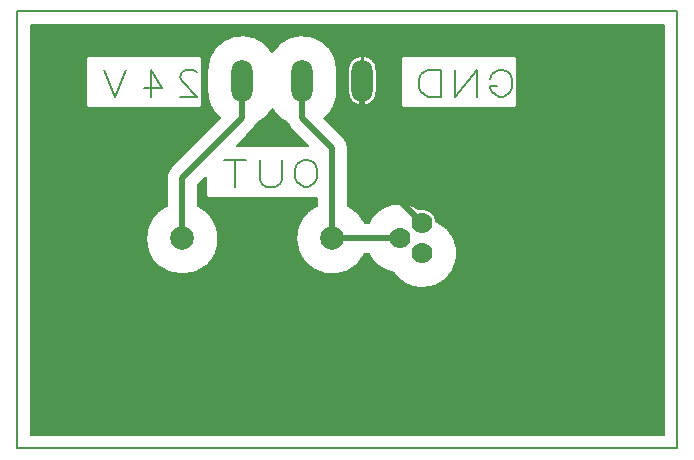
<source format=gbr>
G04 DesignSpark PCB Gerber Version 10.0 Build 5299*
%FSLAX34Y34*%
%MOIN*%
%ADD131O,0.07050X0.14101*%
%ADD11C,0.00500*%
%ADD138C,0.00787*%
%ADD12C,0.01000*%
%ADD17C,0.02000*%
%ADD20C,0.07000*%
%ADD24C,0.07874*%
X0Y0D02*
D02*
D11*
X25Y1025D02*
X22025D01*
Y15588D01*
X25D01*
Y1025D01*
X469Y15144D02*
Y1469D01*
X21581D01*
Y15144D01*
X469D01*
X6064Y14107D02*
G75*
G02*
X6189Y13982I0J-125D01*
G01*
Y12486D01*
G75*
G02*
X6064Y12361I-125J0D01*
G01*
X2442D01*
G75*
G02*
X2317Y12486I0J125D01*
G01*
Y13982D01*
G75*
G02*
X2442Y14107I125J0D01*
G01*
X6064D01*
X13996Y8588D02*
G75*
G02*
X13525Y6363I-471J-1063D01*
G01*
G75*
G02*
X12556Y6883I0J1162D01*
G01*
G75*
G02*
X11735Y7506I219J1142D01*
G01*
X11614D01*
G75*
G02*
X9319Y8025I-1089J519D01*
G01*
G75*
G02*
X10006Y9114I1206J0D01*
G01*
Y9361D01*
X6442D01*
G75*
G02*
X6317Y9486I0J125D01*
G01*
Y10084D01*
X6044Y9810D01*
Y9114D01*
G75*
G02*
X6731Y8025I-519J-1089D01*
G01*
G75*
G02*
X4319I-1206J0D01*
G01*
G75*
G02*
X5006Y9114I1206J0D01*
G01*
Y10025D01*
G75*
G02*
X5158Y10392I519J0D01*
G01*
X6787Y12021D01*
G75*
G02*
X6360Y12923I738J902D01*
G01*
Y13627D01*
G75*
G02*
X8525Y14225I1165J0D01*
G01*
G75*
G02*
X10690Y13627I1000J-598D01*
G01*
Y12923D01*
G75*
G02*
X10263Y12021I-1165J0D01*
G01*
X10892Y11392D01*
G75*
G02*
X11044Y11025I-367J-367D01*
G01*
Y9114D01*
G75*
G02*
X11614Y8544I-519J-1089D01*
G01*
X11735D01*
G75*
G02*
X13424Y8989I1040J-519D01*
G01*
G75*
G02*
X13996Y8588I101J-464D01*
G01*
X11047Y13627D02*
G75*
G02*
X12003I478J0D01*
G01*
Y12923D01*
G75*
G02*
X11047I-478J0D01*
G01*
Y13627D01*
X16564Y14107D02*
G75*
G02*
X16689Y13982I0J-125D01*
G01*
Y12486D01*
G75*
G02*
X16564Y12361I-125J0D01*
G01*
X12942D01*
G75*
G02*
X12817Y12486I0J125D01*
G01*
Y13982D01*
G75*
G02*
X12942Y14107I125J0D01*
G01*
X16564D01*
X494Y13234D02*
G36*
X494Y13234D02*
Y1494D01*
X21556D01*
Y13234D01*
X16689D01*
Y12486D01*
G75*
G02*
X16564Y12361I-125J0D01*
G01*
X12942D01*
G75*
G02*
X12817Y12486I0J125D01*
G01*
Y13234D01*
X12003D01*
Y12923D01*
G75*
G02*
X11047I-478J0D01*
G01*
Y13234D01*
X10690D01*
Y12923D01*
G75*
G02*
X10263Y12021I-1165J0D01*
G01*
X10892Y11392D01*
G75*
G02*
X11044Y11025I-367J-367D01*
G01*
Y9114D01*
G75*
G02*
X11614Y8544I-519J-1089D01*
G01*
X11735D01*
G75*
G02*
X13424Y8989I1040J-519D01*
G01*
G75*
G02*
X13996Y8588I101J-464D01*
G01*
G75*
G02*
X14687Y7525I-471J-1063D01*
G01*
G75*
G02*
X13525Y6363I-1162J0D01*
G01*
G75*
G02*
X12556Y6883I0J1162D01*
G01*
G75*
G02*
X11735Y7506I219J1141D01*
G01*
X11614D01*
G75*
G02*
X9319Y8025I-1089J519D01*
G01*
Y8025D01*
G75*
G02*
X10006Y9114I1206J0D01*
G01*
Y9361D01*
X6442D01*
G75*
G02*
X6317Y9486I0J125D01*
G01*
Y10084D01*
X6044Y9810D01*
Y9114D01*
G75*
G02*
X6731Y8025I-519J-1089D01*
G01*
Y8025D01*
G75*
G02*
X4319I-1206J0D01*
G01*
Y8025D01*
G75*
G02*
X5006Y9114I1206J0D01*
G01*
Y10025D01*
G75*
G02*
X5158Y10392I519J0D01*
G01*
X6787Y12021D01*
G75*
G02*
X6360Y12923I737J902D01*
G01*
Y12923D01*
Y13234D01*
X6189D01*
Y12486D01*
G75*
G02*
X6064Y12361I-125J0D01*
G01*
X2442D01*
G75*
G02*
X2317Y12486I0J125D01*
G01*
Y13234D01*
X494D01*
G37*
Y15119D02*
G36*
X494Y15119D02*
Y13234D01*
X2317D01*
Y13982D01*
G75*
G02*
X2442Y14107I125J0D01*
G01*
X6064D01*
G75*
G02*
X6189Y13982I0J-125D01*
G01*
Y13234D01*
X6360D01*
Y13627D01*
G75*
G02*
X8525Y14225I1165J0D01*
G01*
G75*
G02*
X10690Y13627I1000J-598D01*
G01*
Y13234D01*
X11047D01*
Y13627D01*
G75*
G02*
X12003I478J0D01*
G01*
Y13234D01*
X12817D01*
Y13982D01*
G75*
G02*
X12942Y14107I125J0D01*
G01*
X16564D01*
G75*
G02*
X16689Y13982I0J-125D01*
G01*
Y13234D01*
X21556D01*
Y15119D01*
X494D01*
G37*
X7892Y11658D02*
X7340Y11107D01*
X9710D01*
X9158Y11658D01*
G75*
G02*
X9031Y11868I367J367D01*
G01*
G75*
G02*
X8525Y12325I494J1055D01*
G01*
G75*
G02*
X8019Y11868I-1000J598D01*
G01*
G75*
G02*
X7892Y11658I-494J157D01*
G01*
G36*
X7892Y11658D02*
X7340Y11107D01*
X9710D01*
X9158Y11658D01*
G75*
G02*
X9031Y11868I367J367D01*
G01*
G75*
G02*
X8525Y12325I494J1055D01*
G01*
G75*
G02*
X8019Y11868I-1000J598D01*
G01*
G75*
G02*
X7892Y11658I-494J157D01*
G01*
G37*
D02*
D12*
X11525Y12620D02*
Y12420D01*
Y13930D02*
Y14130D01*
D02*
D17*
X7525Y13275D02*
Y12025D01*
X5525Y10025D01*
Y8025D01*
X9525Y13275D02*
Y12025D01*
X10525Y11025D01*
Y8025D01*
X11525Y13275D02*
Y10525D01*
X13525Y8525D01*
X12775Y8025D02*
X10525D01*
D02*
D20*
X12775D03*
X13525Y7525D03*
Y8525D03*
D02*
D24*
X5525Y8025D03*
X10525D03*
D02*
D131*
X7525Y13275D03*
X9525D03*
X11525D03*
D02*
D138*
X5434Y12746D02*
X6025D01*
X5508Y13263D01*
X5434Y13411D01*
X5508Y13558D01*
X5656Y13632D01*
X5877D01*
X6025Y13558D01*
X4475Y12746D02*
Y13632D01*
X4844Y13042D01*
X4253D01*
X3663Y13632D02*
X3294Y12746D01*
X2925Y13632D01*
X10025Y10042D02*
Y10337D01*
X9951Y10485D01*
X9877Y10558D01*
X9730Y10632D01*
X9582D01*
X9434Y10558D01*
X9361Y10485D01*
X9287Y10337D01*
Y10042D01*
X9361Y9894D01*
X9434Y9820D01*
X9582Y9746D01*
X9730D01*
X9877Y9820D01*
X9951Y9894D01*
X10025Y10042D01*
X8844Y10632D02*
Y9968D01*
X8770Y9820D01*
X8622Y9746D01*
X8327D01*
X8180Y9820D01*
X8106Y9968D01*
Y10632D01*
X7294Y9746D02*
Y10632D01*
X7663D02*
X6925D01*
X16008Y13116D02*
X15787D01*
Y13042D01*
X15861Y12894D01*
X15934Y12820D01*
X16082Y12746D01*
X16230D01*
X16377Y12820D01*
X16451Y12894D01*
X16525Y13042D01*
Y13337D01*
X16451Y13485D01*
X16377Y13558D01*
X16230Y13632D01*
X16082D01*
X15934Y13558D01*
X15861Y13485D01*
X15787Y13337D01*
X15344Y12746D02*
Y13632D01*
X14606Y12746D01*
Y13632D01*
X14163Y12746D02*
Y13632D01*
X13720D01*
X13572Y13558D01*
X13498Y13485D01*
X13425Y13337D01*
Y13042D01*
X13498Y12894D01*
X13572Y12820D01*
X13720Y12746D01*
X14163D01*
X0Y0D02*
M02*

</source>
